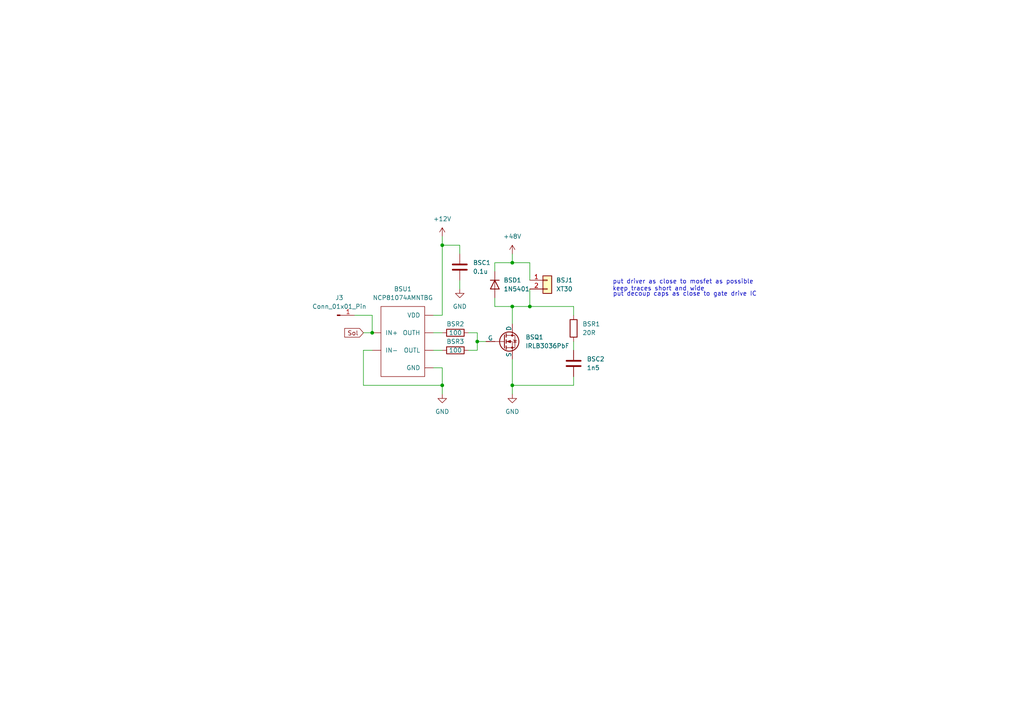
<source format=kicad_sch>
(kicad_sch (version 20231120) (generator "eeschema") (generator_version "8.0")
  (paper "A4")
  (lib_symbols
    (symbol "Connector:Conn_01x01_Pin" (pin_names (offset 1.016) hide)
      (property "Reference" "J" (at 0 2.54 0))
      (property "Value" "Conn_01x01_Pin" (at 0 -2.54 0))
      (symbol "Conn_01x01_Pin_1_1"
        (polyline (pts (xy 1.27 0) (xy 0.8636 0)) (stroke (width 0.1524)))
        (rectangle (start 0.8636 0.127) (end 0 -0.127) (stroke (width 0.1524)) (fill (type outline)))
        (pin passive line (at 5.08 0 180) (length 3.81) (name "Pin_1") (number "1"))
      )
    )
    (symbol "Connector_Generic:Conn_01x02" (pin_names (offset 1.016) hide)
      (property "Reference" "J" (at 0 2.54 0))
      (property "Value" "Conn_01x02" (at 0 -5.08 0))
      (symbol "Conn_01x02_1_1"
        (rectangle (start -1.27 -2.413) (end 0 -2.667) (stroke (width 0.1524)))
        (rectangle (start -1.27 0.127) (end 0 -0.127) (stroke (width 0.1524)))
        (rectangle (start -1.27 1.27) (end 1.27 -3.81) (stroke (width 0.254)) (fill (type background)))
        (pin passive line (at -5.08 0 0) (length 3.81) (name "Pin_1") (number "1"))
        (pin passive line (at -5.08 -2.54 0) (length 3.81) (name "Pin_2") (number "2"))
      )
    )
    (symbol "Device:C" (pin_numbers hide) (pin_names (offset 0.254))
      (property "Reference" "C" (at 0.635 2.54 0))
      (property "Value" "C" (at 0.635 -2.54 0))
      (symbol "C_0_1"
        (polyline (pts (xy -2.032 -0.762) (xy 2.032 -0.762)) (stroke (width 0.508)))
        (polyline (pts (xy -2.032 0.762) (xy 2.032 0.762)) (stroke (width 0.508)))
      )
      (symbol "C_1_1"
        (pin passive line (at 0 3.81 270) (length 2.794) (name "~") (number "1"))
        (pin passive line (at 0 -3.81 90) (length 2.794) (name "~") (number "2"))
      )
    )
    (symbol "Device:R" (pin_numbers hide) (pin_names (offset 0))
      (property "Reference" "R" (at 2.032 0 90))
      (property "Value" "R" (at 0 0 90))
      (symbol "R_0_1"
        (rectangle (start -1.016 -2.54) (end 1.016 2.54) (stroke (width 0.254)))
      )
      (symbol "R_1_1"
        (pin passive line (at 0 3.81 270) (length 1.27) (name "~") (number "1"))
        (pin passive line (at 0 -3.81 90) (length 1.27) (name "~") (number "2"))
      )
    )
    (symbol "Diode:1N5401" (pin_numbers hide) (pin_names hide)
      (property "Reference" "D" (at 0 2.54 0))
      (property "Value" "1N5401" (at 0 -2.54 0))
      (symbol "1N5401_0_1"
        (polyline (pts (xy -1.27 1.27) (xy -1.27 -1.27)) (stroke (width 0.254)))
        (polyline (pts (xy 1.27 0) (xy -1.27 0)))
        (polyline (pts (xy 1.27 1.27) (xy 1.27 -1.27) (xy -1.27 0) (xy 1.27 1.27)) (stroke (width 0.254)))
      )
      (symbol "1N5401_1_1"
        (pin passive line (at -3.81 0 0) (length 2.54) (name "K") (number "1"))
        (pin passive line (at 3.81 0 180) (length 2.54) (name "A") (number "2"))
      )
    )
    (symbol "power:+12V" (power) (pin_numbers hide) (pin_names (offset 0) hide)
      (property "Value" "+12V" (at 0 3.556 0))
      (symbol "+12V_0_1"
        (polyline (pts (xy -0.762 1.27) (xy 0 2.54)))
        (polyline (pts (xy 0 0) (xy 0 2.54)))
        (polyline (pts (xy 0 2.54) (xy 0.762 1.27)))
      )
      (symbol "+12V_1_1"
        (pin power_in line (at 0 0 90) (length 0) (name "~") (number "1"))
      )
    )
    (symbol "power:+48V" (power) (pin_numbers hide) (pin_names (offset 0) hide)
      (property "Value" "+48V" (at 0 3.556 0))
      (symbol "+48V_0_1"
        (polyline (pts (xy -0.762 1.27) (xy 0 2.54)))
        (polyline (pts (xy 0 0) (xy 0 2.54)))
        (polyline (pts (xy 0 2.54) (xy 0.762 1.27)))
      )
      (symbol "+48V_1_1"
        (pin power_in line (at 0 0 90) (length 0) (name "~") (number "1"))
      )
    )
    (symbol "power:GND" (power) (pin_numbers hide) (pin_names (offset 0) hide)
      (property "Value" "GND" (at 0 -3.81 0))
      (symbol "GND_0_1"
        (polyline (pts (xy 0 0) (xy 0 -1.27) (xy 1.27 -1.27) (xy 0 -2.54) (xy -1.27 -1.27) (xy 0 -1.27)))
      )
      (symbol "GND_1_1"
        (pin power_in line (at 0 0 270) (length 0) (name "~") (number "1"))
      )
    )
    (symbol "senrobo_kicad:NCP81074XMNTBG" (pin_numbers hide) (pin_names (offset 1.27))
      (property "Reference" "U" (at -5.842 14.224 0))
      (property "Value" "NCP81074XMNTBG" (at 1.016 11.938 0))
      (symbol "NCP81074XMNTBG_0_1"
        (rectangle (start 6.35 10.16) (end -6.35 -10.16))
      )
      (symbol "NCP81074XMNTBG_1_1"
        (pin input line (at -8.89 2.54 0) (length 2.54) (name "IN+") (number "1"))
        (pin power_in line (at 8.89 -7.62 180) (length 2.54) (name "GND") (number "2"))
        (pin power_in line (at 8.89 -7.62 180) (length 2.54) hide (name "GND") (number "3"))
        (pin input line (at 8.89 -2.54 180) (length 2.54) (name "OUTL") (number "4"))
        (pin input line (at 8.89 2.54 180) (length 2.54) (name "OUTH") (number "5"))
        (pin power_in line (at 8.89 7.62 180) (length 2.54) (name "VDD") (number "6"))
        (pin power_in line (at 8.89 7.62 180) (length 2.54) hide (name "VDD") (number "7"))
        (pin input line (at -8.89 -2.54 0) (length 2.54) (name "IN-") (number "8"))
        (pin power_in line (at 8.89 -7.62 180) (length 2.54) hide (name "GND") (number "9"))
      )
    )
    (symbol "vincent:IPD050N10N5ATMA1" (pin_numbers hide) (pin_names (offset 0))
      (property "Reference" "Q" (at 11.43 3.81 0))
      (property "Value" "IPD050N10N5ATMA1" (at 11.43 1.27 0))
      (symbol "IPD050N10N5ATMA1_0_1"
        (polyline (pts (xy 5.334 0) (xy 2.54 0)))
        (polyline (pts (xy 5.334 1.905) (xy 5.334 -1.905)) (stroke (width 0.254)))
        (polyline (pts (xy 5.842 -1.27) (xy 5.842 -2.286)) (stroke (width 0.254)))
        (polyline (pts (xy 5.842 0.508) (xy 5.842 -0.508)) (stroke (width 0.254)))
        (polyline (pts (xy 5.842 2.286) (xy 5.842 1.27)) (stroke (width 0.254)))
        (polyline (pts (xy 7.62 2.54) (xy 7.62 1.778)))
        (polyline (pts (xy 7.62 -2.54) (xy 7.62 0) (xy 5.842 0)))
        (polyline (pts (xy 5.842 -1.778) (xy 8.382 -1.778) (xy 8.382 1.778) (xy 5.842 1.778)))
        (polyline (pts (xy 6.096 0) (xy 7.112 0.381) (xy 7.112 -0.381) (xy 6.096 0)) (fill (type outline)))
        (polyline (pts (xy 7.874 0.508) (xy 8.001 0.381) (xy 8.763 0.381) (xy 8.89 0.254)))
        (polyline (pts (xy 8.382 0.381) (xy 8.001 -0.254) (xy 8.763 -0.254) (xy 8.382 0.381)))
        (circle (center 6.731 0) (radius 2.794) (stroke (width 0.254)))
        (circle (center 7.62 -1.778) (radius 0.254) (fill (type outline)))
        (circle (center 7.62 1.778) (radius 0.254) (fill (type outline)))
      )
      (symbol "IPD050N10N5ATMA1_1_1"
        (pin input line (at 0 0 0) (length 2.54) (name "G") (number "1"))
        (pin passive line (at 7.62 5.08 270) (length 2.54) (name "D") (number "2"))
        (pin passive line (at 7.62 -5.08 90) (length 2.54) (name "S") (number "3"))
      )
    )
  )
  (junction (at 128.27 71.12))
  (junction (at 153.67 88.9))
  (junction (at 148.59 111.76))
  (junction (at 128.27 111.76))
  (junction (at 138.43 99.06))
  (junction (at 148.59 88.9))
  (junction (at 148.59 76.2))
  (junction (at 107.95 96.52))
  (wire (pts (xy 138.43 99.06) (xy 140.97 99.06)))
  (wire (pts (xy 107.95 101.6) (xy 105.41 101.6)))
  (wire (pts (xy 133.35 71.12) (xy 133.35 73.66)))
  (wire (pts (xy 148.59 76.2) (xy 153.67 76.2)))
  (wire (pts (xy 125.73 96.52) (xy 128.27 96.52)))
  (wire (pts (xy 148.59 111.76) (xy 148.59 114.3)))
  (wire (pts (xy 148.59 88.9) (xy 148.59 93.98)))
  (wire (pts (xy 105.41 101.6) (xy 105.41 111.76)))
  (wire (pts (xy 148.59 88.9) (xy 143.51 88.9)))
  (wire (pts (xy 135.89 101.6) (xy 138.43 101.6)))
  (wire (pts (xy 135.89 96.52) (xy 138.43 96.52)))
  (wire (pts (xy 128.27 111.76) (xy 128.27 106.68)))
  (wire (pts (xy 138.43 99.06) (xy 138.43 101.6)))
  (wire (pts (xy 153.67 83.82) (xy 153.67 88.9)))
  (wire (pts (xy 105.41 111.76) (xy 128.27 111.76)))
  (wire (pts (xy 128.27 111.76) (xy 128.27 114.3)))
  (wire (pts (xy 166.37 109.22) (xy 166.37 111.76)))
  (wire (pts (xy 153.67 81.28) (xy 153.67 76.2)))
  (wire (pts (xy 148.59 73.66) (xy 148.59 76.2)))
  (wire (pts (xy 143.51 88.9) (xy 143.51 86.36)))
  (wire (pts (xy 153.67 88.9) (xy 166.37 88.9)))
  (wire (pts (xy 133.35 81.28) (xy 133.35 83.82)))
  (wire (pts (xy 166.37 88.9) (xy 166.37 91.44)))
  (wire (pts (xy 128.27 71.12) (xy 133.35 71.12)))
  (wire (pts (xy 143.51 76.2) (xy 143.51 78.74)))
  (wire (pts (xy 105.41 96.52) (xy 107.95 96.52)))
  (wire (pts (xy 148.59 88.9) (xy 153.67 88.9)))
  (wire (pts (xy 143.51 76.2) (xy 148.59 76.2)))
  (wire (pts (xy 138.43 96.52) (xy 138.43 99.06)))
  (wire (pts (xy 128.27 91.44) (xy 125.73 91.44)))
  (wire (pts (xy 125.73 101.6) (xy 128.27 101.6)))
  (wire (pts (xy 128.27 106.68) (xy 125.73 106.68)))
  (wire (pts (xy 102.87 91.44) (xy 107.95 91.44)))
  (wire (pts (xy 148.59 104.14) (xy 148.59 111.76)))
  (wire (pts (xy 128.27 68.58) (xy 128.27 71.12)))
  (wire (pts (xy 107.95 91.44) (xy 107.95 96.52)))
  (wire (pts (xy 148.59 111.76) (xy 166.37 111.76)))
  (wire (pts (xy 166.37 99.06) (xy 166.37 101.6)))
  (wire (pts (xy 128.27 71.12) (xy 128.27 91.44)))
  (text "put decoup caps as close to gate drive IC" (at 198.628 85.344 0) (effects (font (size 1.27 1.27))))
  (text "put driver as close to mosfet as possible\n" (at 198.12 81.788 0) (effects (font (size 1.27 1.27))))
  (text "keep traces short and wide" (at 191.008 83.82 0) (effects (font (size 1.27 1.27))))
  (global_label "Sol" (shape input) (at 105.41 96.52 180) (property "Intersheetrefs" "${INTERSHEET_REFS}" (effects (hide yes))))
  (symbol (lib_id "Device:R") (at 132.08 101.6 90) (unit 1)
    (property "Reference" "BSR3" (at 132.08 99.06 90))
    (property "Value" "100" (at 132.08 101.6 90))
    (property "Footprint" "Library:res0603" (effects (hide yes)))
    (property "Description" "Resistor" (effects (hide yes)))
  )
  (symbol (lib_id "Device:R") (at 132.08 96.52 90) (unit 1)
    (property "Reference" "BSR2" (at 132.08 93.98 90))
    (property "Value" "100" (at 132.08 96.52 90))
    (property "Footprint" "Library:res0603" (effects (hide yes)))
    (property "Description" "Resistor" (effects (hide yes)))
  )
  (symbol (lib_id "Connector:Conn_01x01_Pin") (at 97.79 91.44 0) (unit 1)
    (property "Reference" "J3" (at 98.425 86.36 0))
    (property "Value" "Conn_01x01_Pin" (at 98.425 88.9 0))
    (property "Footprint" "Connector_PinHeader_2.54mm:PinHeader_1x01_P2.54mm_Vertical" (effects (hide yes)))
    (property "Description" "Generic connector, single row, 01x01, script generated" (effects (hide yes)))
  )
  (symbol (lib_id "Diode:1N5401") (at 143.51 82.55 270) (unit 1)
    (property "Reference" "BSD1" (at 146.05 81.28 90) (effects (justify left)))
    (property "Value" "1N5401" (at 146.05 83.82 90) (effects (justify left)))
    (property "Footprint" "Diode_THT:D_DO-201AD_P15.24mm_Horizontal" (effects (hide yes)))
    (property "Datasheet" "http://www.vishay.com/docs/88516/1n5400.pdf" (effects (hide yes)))
    (property "LCSC" "C179506" (effects (hide yes)))
    (property "Sim.Device" "D" (effects (hide yes)))
    (property "Sim.Pins" "1=K 2=A" (effects (hide yes)))
  )
  (symbol (lib_id "Device:C") (at 166.37 105.41 0) (unit 1)
    (property "Reference" "BSC2" (at 170.18 104.14 0) (effects (justify left)))
    (property "Value" "1n5" (at 170.18 106.68 0) (effects (justify left)))
    (property "Footprint" "Library:cap0603" (effects (hide yes)))
    (property "LCSC" "C107060" (effects (hide yes)))
  )
  (symbol (lib_id "Device:C") (at 133.35 77.47 0) (unit 1)
    (property "Reference" "BSC1" (at 137.16 76.1999 0) (effects (justify left)))
    (property "Value" "0.1u" (at 137.16 78.7399 0) (effects (justify left)))
    (property "Footprint" "Library:res0603" (effects (hide yes)))
    (property "Description" "Unpolarized capacitor" (effects (hide yes)))
  )
  (symbol (lib_id "senrobo_kicad:NCP81074XMNTBG") (at 116.84 99.06 0) (unit 1)
    (property "Reference" "BSU1" (at 116.84 83.82 0))
    (property "Value" "NCP81074AMNTBG" (at 116.84 86.36 0))
    (property "Footprint" "Library:SON50P200X200X100-9N" (effects (hide yes)))
    (property "Datasheet" "https://www.onsemi.com/pdf/datasheet/ncp81074-d.pdf" (effects (hide yes)))
    (property "Description" "The NCP81074 is a single channel, low−side MOSFET driver. It is capable of providing large peak currents into capacitive loads. This driver can deliver a 7 A peak current at the Miller plateau region to help reduce the Miller effect during MOSFETs switching transitions. It exhibits a split output configuration allowing the user to control the turn on and turn off slew rates. This part is available in SOIC−8 and DFN8 2x2 mm packages." (effects (hide yes)))
  )
  (symbol (lib_id "Device:R") (at 166.37 95.25 0) (mirror y) (unit 1)
    (property "Reference" "BSR1" (at 168.91 93.98 0) (effects (justify right)))
    (property "Value" "20R" (at 168.91 96.52 0) (effects (justify right)))
    (property "Footprint" "Library:res0603" (effects (hide yes)))
    (property "LCSC" "C22950" (effects (hide yes)))
  )
  (symbol (lib_id "Connector_Generic:Conn_01x02") (at 158.75 81.28 0) (unit 1)
    (property "Reference" "BSJ1" (at 161.29 81.28 0) (effects (justify left)))
    (property "Value" "XT30" (at 161.29 83.82 0) (effects (justify left)))
    (property "Footprint" "Library:xt30-f" (effects (hide yes)))
    (property "LCSC" "C108769" (effects (hide yes)))
  )
  (symbol (lib_id "vincent:IPD050N10N5ATMA1") (at 140.97 99.06 0) (unit 1)
    (property "Reference" "BSQ1" (at 152.4 97.7899 0) (effects (justify left)))
    (property "Value" "IRLB3036PbF" (at 152.4 100.3299 0) (effects (justify left)))
    (property "Footprint" "Library:TO-220-3_Vertical" (effects (hide yes)))
    (property "Datasheet" "https://www.infineon.com/dgdl/Infineon-IPD050N10N5-DS-v02_01-EN.pdf?fileId=5546d4625b3ca4ec015b615bb7536713" (effects (hide yes)))
    (property "LCSC" "C13678" (effects (hide yes)))
    (property "Mouser Part Number" "726-IPD050N10N5ATMA1" (effects (hide yes)))
    (property "Manufacturer_Name" "Infineon" (effects (hide yes)))
    (property "Manufacturer_Part_Number" "IPD050N10N5ATMA1" (effects (hide yes)))
    (property "Height" "2.41" (effects (hide yes)))
    (property "Mouser Price/Stock" "https://www.mouser.co.uk/ProductDetail/Infineon-Technologies/IPD050N10N5ATMA1?qs=u4fy%2FsgLU9Pgz4QwaVUqjg%3D%3D" (effects (hide yes)))
  )
  (symbol (lib_id "power:GND") (at 128.27 114.3 0) (unit 1)
    (property "Reference" "#PWR04" (effects (hide yes)))
    (property "Value" "GND" (at 128.27 119.38 0))
    (property "Description" "Power symbol creates a global label with name \"GND\" , ground" (effects (hide yes)))
  )
  (symbol (lib_id "power:+48V") (at 148.59 73.66 0) (unit 1)
    (property "Reference" "#PWR02" (effects (hide yes)))
    (property "Value" "+48V" (at 148.59 68.58 0))
    (property "Description" "Power symbol creates a global label with name \"+48V\"" (effects (hide yes)))
  )
  (symbol (lib_id "power:+12V") (at 128.27 68.58 0) (unit 1)
    (property "Reference" "#PWR01" (effects (hide yes)))
    (property "Value" "+12V" (at 128.27 63.5 0))
    (property "Description" "Power symbol creates a global label with name \"+12V\"" (effects (hide yes)))
  )
  (symbol (lib_id "power:GND") (at 148.59 114.3 0) (unit 1)
    (property "Reference" "#PWR05" (effects (hide yes)))
    (property "Value" "GND" (at 148.59 119.38 0))
    (property "Description" "Power symbol creates a global label with name \"GND\" , ground" (effects (hide yes)))
  )
  (symbol (lib_id "power:GND") (at 133.35 83.82 0) (unit 1)
    (property "Reference" "#PWR03" (effects (hide yes)))
    (property "Value" "GND" (at 133.35 88.9 0))
    (property "Description" "Power symbol creates a global label with name \"GND\" , ground" (effects (hide yes)))
  )
)
</source>
